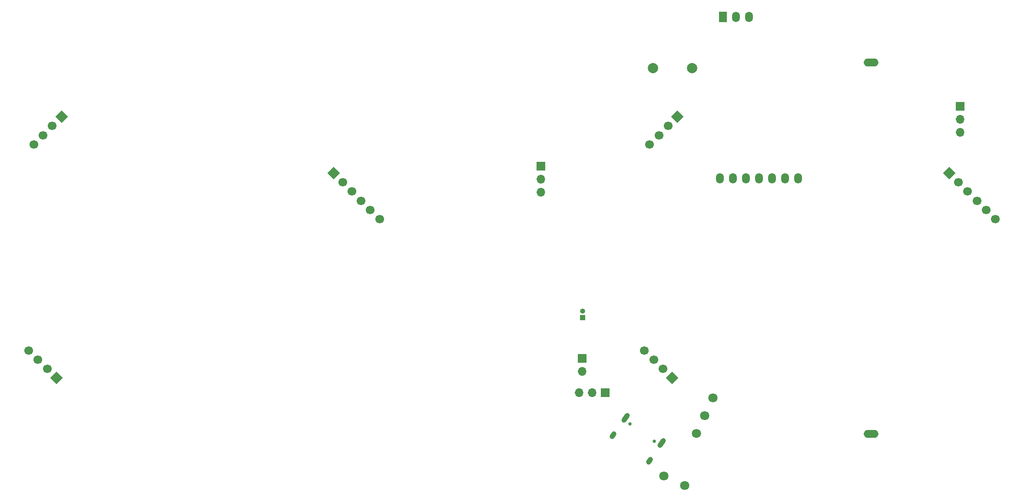
<source format=gbs>
G04 #@! TF.GenerationSoftware,KiCad,Pcbnew,6.0.11-2627ca5db0~126~ubuntu20.04.1*
G04 #@! TF.CreationDate,2023-04-27T18:05:00+02:00*
G04 #@! TF.ProjectId,Semafor,53656d61-666f-4722-9e6b-696361645f70,rev?*
G04 #@! TF.SameCoordinates,Original*
G04 #@! TF.FileFunction,Soldermask,Bot*
G04 #@! TF.FilePolarity,Negative*
%FSLAX46Y46*%
G04 Gerber Fmt 4.6, Leading zero omitted, Abs format (unit mm)*
G04 Created by KiCad (PCBNEW 6.0.11-2627ca5db0~126~ubuntu20.04.1) date 2023-04-27 18:05:00*
%MOMM*%
%LPD*%
G01*
G04 APERTURE LIST*
G04 Aperture macros list*
%AMHorizOval*
0 Thick line with rounded ends*
0 $1 width*
0 $2 $3 position (X,Y) of the first rounded end (center of the circle)*
0 $4 $5 position (X,Y) of the second rounded end (center of the circle)*
0 Add line between two ends*
20,1,$1,$2,$3,$4,$5,0*
0 Add two circle primitives to create the rounded ends*
1,1,$1,$2,$3*
1,1,$1,$4,$5*%
%AMRotRect*
0 Rectangle, with rotation*
0 The origin of the aperture is its center*
0 $1 length*
0 $2 width*
0 $3 Rotation angle, in degrees counterclockwise*
0 Add horizontal line*
21,1,$1,$2,0,0,$3*%
G04 Aperture macros list end*
%ADD10R,1.700000X1.700000*%
%ADD11O,1.700000X1.700000*%
%ADD12RotRect,1.700000X1.700000X45.000000*%
%ADD13HorizOval,1.700000X0.000000X0.000000X0.000000X0.000000X0*%
%ADD14O,1.500000X2.000000*%
%ADD15R,1.500000X2.000000*%
%ADD16R,1.000000X1.000000*%
%ADD17O,1.000000X1.000000*%
%ADD18C,0.650000*%
%ADD19HorizOval,1.000000X-0.172073X-0.245746X0.172073X0.245746X0*%
%ADD20HorizOval,1.000000X-0.315467X-0.450534X0.315467X0.450534X0*%
%ADD21RotRect,1.700000X1.700000X315.000000*%
%ADD22HorizOval,1.700000X0.000000X0.000000X0.000000X0.000000X0*%
%ADD23RotRect,1.700000X1.700000X225.000000*%
%ADD24HorizOval,1.700000X0.000000X0.000000X0.000000X0.000000X0*%
%ADD25O,2.900000X1.524000*%
%ADD26C,1.800000*%
%ADD27C,2.000000*%
%ADD28RotRect,1.700000X1.700000X135.000000*%
%ADD29HorizOval,1.700000X0.000000X0.000000X0.000000X0.000000X0*%
G04 APERTURE END LIST*
D10*
G04 #@! TO.C,M1*
X184500000Y-121175000D03*
D11*
X184500000Y-123715000D03*
G04 #@! TD*
D12*
G04 #@! TO.C,J8*
X256000000Y-85000000D03*
D13*
X257796051Y-86796051D03*
X259592102Y-88592102D03*
X261388154Y-90388154D03*
X263184205Y-92184205D03*
X264980256Y-93980256D03*
G04 #@! TD*
D10*
G04 #@! TO.C,J4*
X176400000Y-83660000D03*
D11*
X176400000Y-86200000D03*
X176400000Y-88740000D03*
G04 #@! TD*
D14*
G04 #@! TO.C,U4*
X211280000Y-86000000D03*
X213820000Y-86000000D03*
X216360000Y-86000000D03*
X218900000Y-86000000D03*
X221440000Y-86000000D03*
X223980000Y-86000000D03*
X226520000Y-86000000D03*
X216980000Y-54500000D03*
X214440000Y-54500000D03*
D15*
X211900000Y-54500000D03*
G04 #@! TD*
D10*
G04 #@! TO.C,J13*
X188975000Y-127875000D03*
D11*
X186435000Y-127875000D03*
X183895000Y-127875000D03*
G04 #@! TD*
D16*
G04 #@! TO.C,J2*
X184516745Y-113212482D03*
D17*
X184516745Y-111942482D03*
G04 #@! TD*
D18*
G04 #@! TO.C,J1*
X193774287Y-133965194D03*
X198508986Y-137280466D03*
D19*
X197586820Y-141090585D03*
D20*
X192906895Y-132710829D03*
D19*
X190509346Y-136134884D03*
D20*
X199984369Y-137666529D03*
G04 #@! TD*
D21*
G04 #@! TO.C,J9*
X203000000Y-74000000D03*
D22*
X201203949Y-75796051D03*
X199407898Y-77592102D03*
X197611846Y-79388154D03*
G04 #@! TD*
D23*
G04 #@! TO.C,J11*
X202000000Y-125000000D03*
D24*
X200203949Y-123203949D03*
X198407898Y-121407898D03*
X196611846Y-119611846D03*
G04 #@! TD*
D25*
G04 #@! TO.C,BT1*
X240770000Y-135880000D03*
X240770000Y-63380000D03*
G04 #@! TD*
D26*
G04 #@! TO.C,SW1*
X206693802Y-135791913D03*
X208303977Y-132338880D03*
X209914153Y-128885848D03*
X204416535Y-145940326D03*
X200383465Y-144059674D03*
G04 #@! TD*
D27*
G04 #@! TO.C,BZ1*
X198290000Y-64500000D03*
X205910000Y-64500000D03*
G04 #@! TD*
D10*
G04 #@! TO.C,J3*
X258092620Y-71937500D03*
D11*
X258092620Y-74477500D03*
X258092620Y-77017500D03*
G04 #@! TD*
D12*
G04 #@! TO.C,J7*
X82000000Y-125000000D03*
D13*
X80203949Y-123203949D03*
X78407898Y-121407898D03*
X76611846Y-119611846D03*
G04 #@! TD*
D28*
G04 #@! TO.C,J5*
X83000000Y-74000000D03*
D29*
X81203949Y-75796051D03*
X79407898Y-77592102D03*
X77611846Y-79388154D03*
G04 #@! TD*
D23*
G04 #@! TO.C,J6*
X136000000Y-85000000D03*
D24*
X137796051Y-86796051D03*
X139592102Y-88592102D03*
X141388154Y-90388154D03*
X143184205Y-92184205D03*
X144980256Y-93980256D03*
G04 #@! TD*
M02*

</source>
